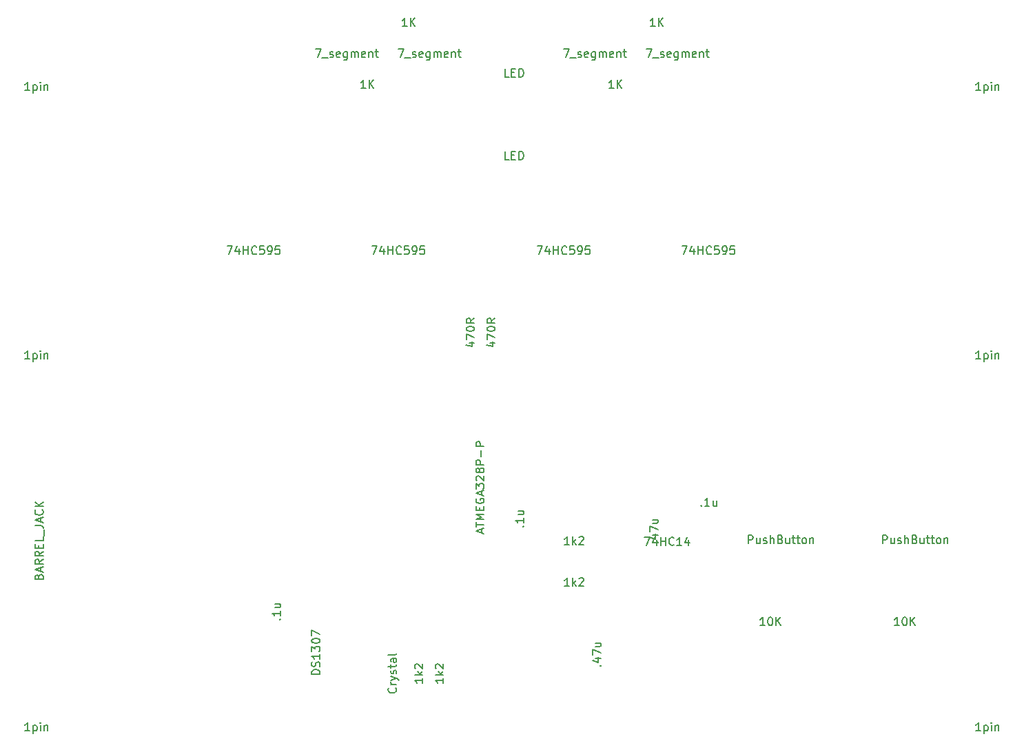
<source format=gbr>
G04 #@! TF.FileFunction,Other,Fab,Top*
%FSLAX46Y46*%
G04 Gerber Fmt 4.6, Leading zero omitted, Abs format (unit mm)*
G04 Created by KiCad (PCBNEW (2015-12-07 BZR 6352)-product) date Fri 22 Apr 2016 06:39:40 PM EDT*
%MOMM*%
G01*
G04 APERTURE LIST*
%ADD10C,0.100000*%
%ADD11C,0.150000*%
G04 APERTURE END LIST*
D10*
D11*
X49506666Y85637619D02*
X50173333Y85637619D01*
X49744761Y84637619D01*
X50316190Y84542381D02*
X51078095Y84542381D01*
X51268571Y84685238D02*
X51363809Y84637619D01*
X51554285Y84637619D01*
X51649524Y84685238D01*
X51697143Y84780476D01*
X51697143Y84828095D01*
X51649524Y84923333D01*
X51554285Y84970952D01*
X51411428Y84970952D01*
X51316190Y85018571D01*
X51268571Y85113810D01*
X51268571Y85161429D01*
X51316190Y85256667D01*
X51411428Y85304286D01*
X51554285Y85304286D01*
X51649524Y85256667D01*
X52506667Y84685238D02*
X52411429Y84637619D01*
X52220952Y84637619D01*
X52125714Y84685238D01*
X52078095Y84780476D01*
X52078095Y85161429D01*
X52125714Y85256667D01*
X52220952Y85304286D01*
X52411429Y85304286D01*
X52506667Y85256667D01*
X52554286Y85161429D01*
X52554286Y85066190D01*
X52078095Y84970952D01*
X53411429Y85304286D02*
X53411429Y84494762D01*
X53363810Y84399524D01*
X53316191Y84351905D01*
X53220952Y84304286D01*
X53078095Y84304286D01*
X52982857Y84351905D01*
X53411429Y84685238D02*
X53316191Y84637619D01*
X53125714Y84637619D01*
X53030476Y84685238D01*
X52982857Y84732857D01*
X52935238Y84828095D01*
X52935238Y85113810D01*
X52982857Y85209048D01*
X53030476Y85256667D01*
X53125714Y85304286D01*
X53316191Y85304286D01*
X53411429Y85256667D01*
X53887619Y84637619D02*
X53887619Y85304286D01*
X53887619Y85209048D02*
X53935238Y85256667D01*
X54030476Y85304286D01*
X54173334Y85304286D01*
X54268572Y85256667D01*
X54316191Y85161429D01*
X54316191Y84637619D01*
X54316191Y85161429D02*
X54363810Y85256667D01*
X54459048Y85304286D01*
X54601905Y85304286D01*
X54697143Y85256667D01*
X54744762Y85161429D01*
X54744762Y84637619D01*
X55601905Y84685238D02*
X55506667Y84637619D01*
X55316190Y84637619D01*
X55220952Y84685238D01*
X55173333Y84780476D01*
X55173333Y85161429D01*
X55220952Y85256667D01*
X55316190Y85304286D01*
X55506667Y85304286D01*
X55601905Y85256667D01*
X55649524Y85161429D01*
X55649524Y85066190D01*
X55173333Y84970952D01*
X56078095Y85304286D02*
X56078095Y84637619D01*
X56078095Y85209048D02*
X56125714Y85256667D01*
X56220952Y85304286D01*
X56363810Y85304286D01*
X56459048Y85256667D01*
X56506667Y85161429D01*
X56506667Y84637619D01*
X56840000Y85304286D02*
X57220952Y85304286D01*
X56982857Y85637619D02*
X56982857Y84780476D01*
X57030476Y84685238D01*
X57125714Y84637619D01*
X57220952Y84637619D01*
X5359091Y20794578D02*
X5406710Y20937435D01*
X5454330Y20985054D01*
X5549568Y21032673D01*
X5692425Y21032673D01*
X5787663Y20985054D01*
X5835282Y20937435D01*
X5882901Y20842197D01*
X5882901Y20461244D01*
X4882901Y20461244D01*
X4882901Y20794578D01*
X4930520Y20889816D01*
X4978139Y20937435D01*
X5073377Y20985054D01*
X5168615Y20985054D01*
X5263853Y20937435D01*
X5311472Y20889816D01*
X5359091Y20794578D01*
X5359091Y20461244D01*
X5597187Y21413625D02*
X5597187Y21889816D01*
X5882901Y21318387D02*
X4882901Y21651720D01*
X5882901Y21985054D01*
X5882901Y22889816D02*
X5406710Y22556482D01*
X5882901Y22318387D02*
X4882901Y22318387D01*
X4882901Y22699340D01*
X4930520Y22794578D01*
X4978139Y22842197D01*
X5073377Y22889816D01*
X5216234Y22889816D01*
X5311472Y22842197D01*
X5359091Y22794578D01*
X5406710Y22699340D01*
X5406710Y22318387D01*
X5882901Y23889816D02*
X5406710Y23556482D01*
X5882901Y23318387D02*
X4882901Y23318387D01*
X4882901Y23699340D01*
X4930520Y23794578D01*
X4978139Y23842197D01*
X5073377Y23889816D01*
X5216234Y23889816D01*
X5311472Y23842197D01*
X5359091Y23794578D01*
X5406710Y23699340D01*
X5406710Y23318387D01*
X5359091Y24318387D02*
X5359091Y24651721D01*
X5882901Y24794578D02*
X5882901Y24318387D01*
X4882901Y24318387D01*
X4882901Y24794578D01*
X5882901Y25699340D02*
X5882901Y25223149D01*
X4882901Y25223149D01*
X5978139Y25794578D02*
X5978139Y26556483D01*
X4882901Y27080293D02*
X5597187Y27080293D01*
X5740044Y27032673D01*
X5835282Y26937435D01*
X5882901Y26794578D01*
X5882901Y26699340D01*
X5597187Y27508864D02*
X5597187Y27985055D01*
X5882901Y27413626D02*
X4882901Y27746959D01*
X5882901Y28080293D01*
X5787663Y28985055D02*
X5835282Y28937436D01*
X5882901Y28794579D01*
X5882901Y28699341D01*
X5835282Y28556483D01*
X5740044Y28461245D01*
X5644806Y28413626D01*
X5454330Y28366007D01*
X5311472Y28366007D01*
X5120996Y28413626D01*
X5025758Y28461245D01*
X4930520Y28556483D01*
X4882901Y28699341D01*
X4882901Y28794579D01*
X4930520Y28937436D01*
X4978139Y28985055D01*
X5882901Y29413626D02*
X4882901Y29413626D01*
X5882901Y29985055D02*
X5311472Y29556483D01*
X4882901Y29985055D02*
X5454330Y29413626D01*
X79764286Y25617619D02*
X80430953Y25617619D01*
X80002381Y24617619D01*
X81240477Y25284286D02*
X81240477Y24617619D01*
X81002381Y25665238D02*
X80764286Y24950952D01*
X81383334Y24950952D01*
X81764286Y24617619D02*
X81764286Y25617619D01*
X81764286Y25141429D02*
X82335715Y25141429D01*
X82335715Y24617619D02*
X82335715Y25617619D01*
X83383334Y24712857D02*
X83335715Y24665238D01*
X83192858Y24617619D01*
X83097620Y24617619D01*
X82954762Y24665238D01*
X82859524Y24760476D01*
X82811905Y24855714D01*
X82764286Y25046190D01*
X82764286Y25189048D01*
X82811905Y25379524D01*
X82859524Y25474762D01*
X82954762Y25570000D01*
X83097620Y25617619D01*
X83192858Y25617619D01*
X83335715Y25570000D01*
X83383334Y25522381D01*
X84335715Y24617619D02*
X83764286Y24617619D01*
X84050000Y24617619D02*
X84050000Y25617619D01*
X83954762Y25474762D01*
X83859524Y25379524D01*
X83764286Y25331905D01*
X85192858Y25284286D02*
X85192858Y24617619D01*
X84954762Y25665238D02*
X84716667Y24950952D01*
X85335715Y24950952D01*
X79986666Y85637619D02*
X80653333Y85637619D01*
X80224761Y84637619D01*
X80796190Y84542381D02*
X81558095Y84542381D01*
X81748571Y84685238D02*
X81843809Y84637619D01*
X82034285Y84637619D01*
X82129524Y84685238D01*
X82177143Y84780476D01*
X82177143Y84828095D01*
X82129524Y84923333D01*
X82034285Y84970952D01*
X81891428Y84970952D01*
X81796190Y85018571D01*
X81748571Y85113810D01*
X81748571Y85161429D01*
X81796190Y85256667D01*
X81891428Y85304286D01*
X82034285Y85304286D01*
X82129524Y85256667D01*
X82986667Y84685238D02*
X82891429Y84637619D01*
X82700952Y84637619D01*
X82605714Y84685238D01*
X82558095Y84780476D01*
X82558095Y85161429D01*
X82605714Y85256667D01*
X82700952Y85304286D01*
X82891429Y85304286D01*
X82986667Y85256667D01*
X83034286Y85161429D01*
X83034286Y85066190D01*
X82558095Y84970952D01*
X83891429Y85304286D02*
X83891429Y84494762D01*
X83843810Y84399524D01*
X83796191Y84351905D01*
X83700952Y84304286D01*
X83558095Y84304286D01*
X83462857Y84351905D01*
X83891429Y84685238D02*
X83796191Y84637619D01*
X83605714Y84637619D01*
X83510476Y84685238D01*
X83462857Y84732857D01*
X83415238Y84828095D01*
X83415238Y85113810D01*
X83462857Y85209048D01*
X83510476Y85256667D01*
X83605714Y85304286D01*
X83796191Y85304286D01*
X83891429Y85256667D01*
X84367619Y84637619D02*
X84367619Y85304286D01*
X84367619Y85209048D02*
X84415238Y85256667D01*
X84510476Y85304286D01*
X84653334Y85304286D01*
X84748572Y85256667D01*
X84796191Y85161429D01*
X84796191Y84637619D01*
X84796191Y85161429D02*
X84843810Y85256667D01*
X84939048Y85304286D01*
X85081905Y85304286D01*
X85177143Y85256667D01*
X85224762Y85161429D01*
X85224762Y84637619D01*
X86081905Y84685238D02*
X85986667Y84637619D01*
X85796190Y84637619D01*
X85700952Y84685238D01*
X85653333Y84780476D01*
X85653333Y85161429D01*
X85700952Y85256667D01*
X85796190Y85304286D01*
X85986667Y85304286D01*
X86081905Y85256667D01*
X86129524Y85161429D01*
X86129524Y85066190D01*
X85653333Y84970952D01*
X86558095Y85304286D02*
X86558095Y84637619D01*
X86558095Y85209048D02*
X86605714Y85256667D01*
X86700952Y85304286D01*
X86843810Y85304286D01*
X86939048Y85256667D01*
X86986667Y85161429D01*
X86986667Y84637619D01*
X87320000Y85304286D02*
X87700952Y85304286D01*
X87462857Y85637619D02*
X87462857Y84780476D01*
X87510476Y84685238D01*
X87605714Y84637619D01*
X87700952Y84637619D01*
X28488095Y61417619D02*
X29154762Y61417619D01*
X28726190Y60417619D01*
X29964286Y61084286D02*
X29964286Y60417619D01*
X29726190Y61465238D02*
X29488095Y60750952D01*
X30107143Y60750952D01*
X30488095Y60417619D02*
X30488095Y61417619D01*
X30488095Y60941429D02*
X31059524Y60941429D01*
X31059524Y60417619D02*
X31059524Y61417619D01*
X32107143Y60512857D02*
X32059524Y60465238D01*
X31916667Y60417619D01*
X31821429Y60417619D01*
X31678571Y60465238D01*
X31583333Y60560476D01*
X31535714Y60655714D01*
X31488095Y60846190D01*
X31488095Y60989048D01*
X31535714Y61179524D01*
X31583333Y61274762D01*
X31678571Y61370000D01*
X31821429Y61417619D01*
X31916667Y61417619D01*
X32059524Y61370000D01*
X32107143Y61322381D01*
X33011905Y61417619D02*
X32535714Y61417619D01*
X32488095Y60941429D01*
X32535714Y60989048D01*
X32630952Y61036667D01*
X32869048Y61036667D01*
X32964286Y60989048D01*
X33011905Y60941429D01*
X33059524Y60846190D01*
X33059524Y60608095D01*
X33011905Y60512857D01*
X32964286Y60465238D01*
X32869048Y60417619D01*
X32630952Y60417619D01*
X32535714Y60465238D01*
X32488095Y60512857D01*
X33535714Y60417619D02*
X33726190Y60417619D01*
X33821429Y60465238D01*
X33869048Y60512857D01*
X33964286Y60655714D01*
X34011905Y60846190D01*
X34011905Y61227143D01*
X33964286Y61322381D01*
X33916667Y61370000D01*
X33821429Y61417619D01*
X33630952Y61417619D01*
X33535714Y61370000D01*
X33488095Y61322381D01*
X33440476Y61227143D01*
X33440476Y60989048D01*
X33488095Y60893810D01*
X33535714Y60846190D01*
X33630952Y60798571D01*
X33821429Y60798571D01*
X33916667Y60846190D01*
X33964286Y60893810D01*
X34011905Y60989048D01*
X34916667Y61417619D02*
X34440476Y61417619D01*
X34392857Y60941429D01*
X34440476Y60989048D01*
X34535714Y61036667D01*
X34773810Y61036667D01*
X34869048Y60989048D01*
X34916667Y60941429D01*
X34964286Y60846190D01*
X34964286Y60608095D01*
X34916667Y60512857D01*
X34869048Y60465238D01*
X34773810Y60417619D01*
X34535714Y60417619D01*
X34440476Y60465238D01*
X34392857Y60512857D01*
X74327143Y9825238D02*
X74374762Y9872857D01*
X74422381Y9825238D01*
X74374762Y9777619D01*
X74327143Y9825238D01*
X74422381Y9825238D01*
X73755714Y10730000D02*
X74422381Y10730000D01*
X73374762Y10491904D02*
X74089048Y10253809D01*
X74089048Y10872857D01*
X73422381Y11158571D02*
X73422381Y11825238D01*
X74422381Y11396666D01*
X73755714Y12634762D02*
X74422381Y12634762D01*
X73755714Y12206190D02*
X74279524Y12206190D01*
X74374762Y12253809D01*
X74422381Y12349047D01*
X74422381Y12491905D01*
X74374762Y12587143D01*
X74327143Y12634762D01*
X81327143Y24985238D02*
X81374762Y25032857D01*
X81422381Y24985238D01*
X81374762Y24937619D01*
X81327143Y24985238D01*
X81422381Y24985238D01*
X80755714Y25890000D02*
X81422381Y25890000D01*
X80374762Y25651904D02*
X81089048Y25413809D01*
X81089048Y26032857D01*
X80422381Y26318571D02*
X80422381Y26985238D01*
X81422381Y26556666D01*
X80755714Y27794762D02*
X81422381Y27794762D01*
X80755714Y27366190D02*
X81279524Y27366190D01*
X81374762Y27413809D01*
X81422381Y27509047D01*
X81422381Y27651905D01*
X81374762Y27747143D01*
X81327143Y27794762D01*
X34917143Y15541429D02*
X34964762Y15589048D01*
X35012381Y15541429D01*
X34964762Y15493810D01*
X34917143Y15541429D01*
X35012381Y15541429D01*
X35012381Y16541429D02*
X35012381Y15970000D01*
X35012381Y16255714D02*
X34012381Y16255714D01*
X34155238Y16160476D01*
X34250476Y16065238D01*
X34298095Y15970000D01*
X34345714Y17398572D02*
X35012381Y17398572D01*
X34345714Y16970000D02*
X34869524Y16970000D01*
X34964762Y17017619D01*
X35012381Y17112857D01*
X35012381Y17255715D01*
X34964762Y17350953D01*
X34917143Y17398572D01*
X64817143Y26971429D02*
X64864762Y27019048D01*
X64912381Y26971429D01*
X64864762Y26923810D01*
X64817143Y26971429D01*
X64912381Y26971429D01*
X64912381Y27971429D02*
X64912381Y27400000D01*
X64912381Y27685714D02*
X63912381Y27685714D01*
X64055238Y27590476D01*
X64150476Y27495238D01*
X64198095Y27400000D01*
X64245714Y28828572D02*
X64912381Y28828572D01*
X64245714Y28400000D02*
X64769524Y28400000D01*
X64864762Y28447619D01*
X64912381Y28542857D01*
X64912381Y28685715D01*
X64864762Y28780953D01*
X64817143Y28828572D01*
X86741429Y29572857D02*
X86789048Y29525238D01*
X86741429Y29477619D01*
X86693810Y29525238D01*
X86741429Y29572857D01*
X86741429Y29477619D01*
X87741429Y29477619D02*
X87170000Y29477619D01*
X87455714Y29477619D02*
X87455714Y30477619D01*
X87360476Y30334762D01*
X87265238Y30239524D01*
X87170000Y30191905D01*
X88598572Y30144286D02*
X88598572Y29477619D01*
X88170000Y30144286D02*
X88170000Y29620476D01*
X88217619Y29525238D01*
X88312857Y29477619D01*
X88455715Y29477619D01*
X88550953Y29525238D01*
X88598572Y29572857D01*
X63111143Y72064619D02*
X62634952Y72064619D01*
X62634952Y73064619D01*
X63444476Y72588429D02*
X63777810Y72588429D01*
X63920667Y72064619D02*
X63444476Y72064619D01*
X63444476Y73064619D01*
X63920667Y73064619D01*
X64349238Y72064619D02*
X64349238Y73064619D01*
X64587333Y73064619D01*
X64730191Y73017000D01*
X64825429Y72921762D01*
X64873048Y72826524D01*
X64920667Y72636048D01*
X64920667Y72493190D01*
X64873048Y72302714D01*
X64825429Y72207476D01*
X64730191Y72112238D01*
X64587333Y72064619D01*
X64349238Y72064619D01*
X63111143Y82224619D02*
X62634952Y82224619D01*
X62634952Y83224619D01*
X63444476Y82748429D02*
X63777810Y82748429D01*
X63920667Y82224619D02*
X63444476Y82224619D01*
X63444476Y83224619D01*
X63920667Y83224619D01*
X64349238Y82224619D02*
X64349238Y83224619D01*
X64587333Y83224619D01*
X64730191Y83177000D01*
X64825429Y83081762D01*
X64873048Y82986524D01*
X64920667Y82796048D01*
X64920667Y82653190D01*
X64873048Y82462714D01*
X64825429Y82367476D01*
X64730191Y82272238D01*
X64587333Y82224619D01*
X64349238Y82224619D01*
X59766667Y26130952D02*
X59766667Y26607143D01*
X60052381Y26035714D02*
X59052381Y26369047D01*
X60052381Y26702381D01*
X59052381Y26892857D02*
X59052381Y27464286D01*
X60052381Y27178571D02*
X59052381Y27178571D01*
X60052381Y27797619D02*
X59052381Y27797619D01*
X59766667Y28130953D01*
X59052381Y28464286D01*
X60052381Y28464286D01*
X59528571Y28940476D02*
X59528571Y29273810D01*
X60052381Y29416667D02*
X60052381Y28940476D01*
X59052381Y28940476D01*
X59052381Y29416667D01*
X59100000Y30369048D02*
X59052381Y30273810D01*
X59052381Y30130953D01*
X59100000Y29988095D01*
X59195238Y29892857D01*
X59290476Y29845238D01*
X59480952Y29797619D01*
X59623810Y29797619D01*
X59814286Y29845238D01*
X59909524Y29892857D01*
X60004762Y29988095D01*
X60052381Y30130953D01*
X60052381Y30226191D01*
X60004762Y30369048D01*
X59957143Y30416667D01*
X59623810Y30416667D01*
X59623810Y30226191D01*
X59766667Y30797619D02*
X59766667Y31273810D01*
X60052381Y30702381D02*
X59052381Y31035714D01*
X60052381Y31369048D01*
X59052381Y31607143D02*
X59052381Y32226191D01*
X59433333Y31892857D01*
X59433333Y32035715D01*
X59480952Y32130953D01*
X59528571Y32178572D01*
X59623810Y32226191D01*
X59861905Y32226191D01*
X59957143Y32178572D01*
X60004762Y32130953D01*
X60052381Y32035715D01*
X60052381Y31750000D01*
X60004762Y31654762D01*
X59957143Y31607143D01*
X59147619Y32607143D02*
X59100000Y32654762D01*
X59052381Y32750000D01*
X59052381Y32988096D01*
X59100000Y33083334D01*
X59147619Y33130953D01*
X59242857Y33178572D01*
X59338095Y33178572D01*
X59480952Y33130953D01*
X60052381Y32559524D01*
X60052381Y33178572D01*
X59480952Y33750000D02*
X59433333Y33654762D01*
X59385714Y33607143D01*
X59290476Y33559524D01*
X59242857Y33559524D01*
X59147619Y33607143D01*
X59100000Y33654762D01*
X59052381Y33750000D01*
X59052381Y33940477D01*
X59100000Y34035715D01*
X59147619Y34083334D01*
X59242857Y34130953D01*
X59290476Y34130953D01*
X59385714Y34083334D01*
X59433333Y34035715D01*
X59480952Y33940477D01*
X59480952Y33750000D01*
X59528571Y33654762D01*
X59576190Y33607143D01*
X59671429Y33559524D01*
X59861905Y33559524D01*
X59957143Y33607143D01*
X60004762Y33654762D01*
X60052381Y33750000D01*
X60052381Y33940477D01*
X60004762Y34035715D01*
X59957143Y34083334D01*
X59861905Y34130953D01*
X59671429Y34130953D01*
X59576190Y34083334D01*
X59528571Y34035715D01*
X59480952Y33940477D01*
X60052381Y34559524D02*
X59052381Y34559524D01*
X59052381Y34940477D01*
X59100000Y35035715D01*
X59147619Y35083334D01*
X59242857Y35130953D01*
X59385714Y35130953D01*
X59480952Y35083334D01*
X59528571Y35035715D01*
X59576190Y34940477D01*
X59576190Y34559524D01*
X59671429Y35559524D02*
X59671429Y36321429D01*
X60052381Y36797619D02*
X59052381Y36797619D01*
X59052381Y37178572D01*
X59100000Y37273810D01*
X59147619Y37321429D01*
X59242857Y37369048D01*
X59385714Y37369048D01*
X59480952Y37321429D01*
X59528571Y37273810D01*
X59576190Y37178572D01*
X59576190Y36797619D01*
X70524762Y19627619D02*
X69953333Y19627619D01*
X70239047Y19627619D02*
X70239047Y20627619D01*
X70143809Y20484762D01*
X70048571Y20389524D01*
X69953333Y20341905D01*
X70953333Y19627619D02*
X70953333Y20627619D01*
X71048571Y20008571D02*
X71334286Y19627619D01*
X71334286Y20294286D02*
X70953333Y19913333D01*
X71715238Y20532381D02*
X71762857Y20580000D01*
X71858095Y20627619D01*
X72096191Y20627619D01*
X72191429Y20580000D01*
X72239048Y20532381D01*
X72286667Y20437143D01*
X72286667Y20341905D01*
X72239048Y20199048D01*
X71667619Y19627619D01*
X72286667Y19627619D01*
X70524762Y24707619D02*
X69953333Y24707619D01*
X70239047Y24707619D02*
X70239047Y25707619D01*
X70143809Y25564762D01*
X70048571Y25469524D01*
X69953333Y25421905D01*
X70953333Y24707619D02*
X70953333Y25707619D01*
X71048571Y25088571D02*
X71334286Y24707619D01*
X71334286Y25374286D02*
X70953333Y24993333D01*
X71715238Y25612381D02*
X71762857Y25660000D01*
X71858095Y25707619D01*
X72096191Y25707619D01*
X72191429Y25660000D01*
X72239048Y25612381D01*
X72286667Y25517143D01*
X72286667Y25421905D01*
X72239048Y25279048D01*
X71667619Y24707619D01*
X72286667Y24707619D01*
X45505715Y80827619D02*
X44934286Y80827619D01*
X45220000Y80827619D02*
X45220000Y81827619D01*
X45124762Y81684762D01*
X45029524Y81589524D01*
X44934286Y81541905D01*
X45934286Y80827619D02*
X45934286Y81827619D01*
X46505715Y80827619D02*
X46077143Y81399048D01*
X46505715Y81827619D02*
X45934286Y81256190D01*
X50585715Y88447619D02*
X50014286Y88447619D01*
X50300000Y88447619D02*
X50300000Y89447619D01*
X50204762Y89304762D01*
X50109524Y89209524D01*
X50014286Y89161905D01*
X51014286Y88447619D02*
X51014286Y89447619D01*
X51585715Y88447619D02*
X51157143Y89019048D01*
X51585715Y89447619D02*
X51014286Y88876190D01*
X75985715Y80827619D02*
X75414286Y80827619D01*
X75700000Y80827619D02*
X75700000Y81827619D01*
X75604762Y81684762D01*
X75509524Y81589524D01*
X75414286Y81541905D01*
X76414286Y80827619D02*
X76414286Y81827619D01*
X76985715Y80827619D02*
X76557143Y81399048D01*
X76985715Y81827619D02*
X76414286Y81256190D01*
X81065715Y88447619D02*
X80494286Y88447619D01*
X80780000Y88447619D02*
X80780000Y89447619D01*
X80684762Y89304762D01*
X80589524Y89209524D01*
X80494286Y89161905D01*
X81494286Y88447619D02*
X81494286Y89447619D01*
X82065715Y88447619D02*
X81637143Y89019048D01*
X82065715Y89447619D02*
X81494286Y88876190D01*
X58205714Y49538096D02*
X58872381Y49538096D01*
X57824762Y49300000D02*
X58539048Y49061905D01*
X58539048Y49680953D01*
X57872381Y49966667D02*
X57872381Y50633334D01*
X58872381Y50204762D01*
X57872381Y51204762D02*
X57872381Y51300001D01*
X57920000Y51395239D01*
X57967619Y51442858D01*
X58062857Y51490477D01*
X58253333Y51538096D01*
X58491429Y51538096D01*
X58681905Y51490477D01*
X58777143Y51442858D01*
X58824762Y51395239D01*
X58872381Y51300001D01*
X58872381Y51204762D01*
X58824762Y51109524D01*
X58777143Y51061905D01*
X58681905Y51014286D01*
X58491429Y50966667D01*
X58253333Y50966667D01*
X58062857Y51014286D01*
X57967619Y51061905D01*
X57920000Y51109524D01*
X57872381Y51204762D01*
X58872381Y52538096D02*
X58396190Y52204762D01*
X58872381Y51966667D02*
X57872381Y51966667D01*
X57872381Y52347620D01*
X57920000Y52442858D01*
X57967619Y52490477D01*
X58062857Y52538096D01*
X58205714Y52538096D01*
X58300952Y52490477D01*
X58348571Y52442858D01*
X58396190Y52347620D01*
X58396190Y51966667D01*
X60745714Y49538096D02*
X61412381Y49538096D01*
X60364762Y49300000D02*
X61079048Y49061905D01*
X61079048Y49680953D01*
X60412381Y49966667D02*
X60412381Y50633334D01*
X61412381Y50204762D01*
X60412381Y51204762D02*
X60412381Y51300001D01*
X60460000Y51395239D01*
X60507619Y51442858D01*
X60602857Y51490477D01*
X60793333Y51538096D01*
X61031429Y51538096D01*
X61221905Y51490477D01*
X61317143Y51442858D01*
X61364762Y51395239D01*
X61412381Y51300001D01*
X61412381Y51204762D01*
X61364762Y51109524D01*
X61317143Y51061905D01*
X61221905Y51014286D01*
X61031429Y50966667D01*
X60793333Y50966667D01*
X60602857Y51014286D01*
X60507619Y51061905D01*
X60460000Y51109524D01*
X60412381Y51204762D01*
X61412381Y52538096D02*
X60936190Y52204762D01*
X61412381Y51966667D02*
X60412381Y51966667D01*
X60412381Y52347620D01*
X60460000Y52442858D01*
X60507619Y52490477D01*
X60602857Y52538096D01*
X60745714Y52538096D01*
X60840952Y52490477D01*
X60888571Y52442858D01*
X60936190Y52347620D01*
X60936190Y51966667D01*
X94559524Y14787619D02*
X93988095Y14787619D01*
X94273809Y14787619D02*
X94273809Y15787619D01*
X94178571Y15644762D01*
X94083333Y15549524D01*
X93988095Y15501905D01*
X95178571Y15787619D02*
X95273810Y15787619D01*
X95369048Y15740000D01*
X95416667Y15692381D01*
X95464286Y15597143D01*
X95511905Y15406667D01*
X95511905Y15168571D01*
X95464286Y14978095D01*
X95416667Y14882857D01*
X95369048Y14835238D01*
X95273810Y14787619D01*
X95178571Y14787619D01*
X95083333Y14835238D01*
X95035714Y14882857D01*
X94988095Y14978095D01*
X94940476Y15168571D01*
X94940476Y15406667D01*
X94988095Y15597143D01*
X95035714Y15692381D01*
X95083333Y15740000D01*
X95178571Y15787619D01*
X95940476Y14787619D02*
X95940476Y15787619D01*
X96511905Y14787619D02*
X96083333Y15359048D01*
X96511905Y15787619D02*
X95940476Y15216190D01*
X111069524Y14787619D02*
X110498095Y14787619D01*
X110783809Y14787619D02*
X110783809Y15787619D01*
X110688571Y15644762D01*
X110593333Y15549524D01*
X110498095Y15501905D01*
X111688571Y15787619D02*
X111783810Y15787619D01*
X111879048Y15740000D01*
X111926667Y15692381D01*
X111974286Y15597143D01*
X112021905Y15406667D01*
X112021905Y15168571D01*
X111974286Y14978095D01*
X111926667Y14882857D01*
X111879048Y14835238D01*
X111783810Y14787619D01*
X111688571Y14787619D01*
X111593333Y14835238D01*
X111545714Y14882857D01*
X111498095Y14978095D01*
X111450476Y15168571D01*
X111450476Y15406667D01*
X111498095Y15597143D01*
X111545714Y15692381D01*
X111593333Y15740000D01*
X111688571Y15787619D01*
X112450476Y14787619D02*
X112450476Y15787619D01*
X113021905Y14787619D02*
X112593333Y15359048D01*
X113021905Y15787619D02*
X112450476Y15216190D01*
X92519999Y24857619D02*
X92519999Y25857619D01*
X92900952Y25857619D01*
X92996190Y25810000D01*
X93043809Y25762381D01*
X93091428Y25667143D01*
X93091428Y25524286D01*
X93043809Y25429048D01*
X92996190Y25381429D01*
X92900952Y25333810D01*
X92519999Y25333810D01*
X93948571Y25524286D02*
X93948571Y24857619D01*
X93519999Y25524286D02*
X93519999Y25000476D01*
X93567618Y24905238D01*
X93662856Y24857619D01*
X93805714Y24857619D01*
X93900952Y24905238D01*
X93948571Y24952857D01*
X94377142Y24905238D02*
X94472380Y24857619D01*
X94662856Y24857619D01*
X94758095Y24905238D01*
X94805714Y25000476D01*
X94805714Y25048095D01*
X94758095Y25143333D01*
X94662856Y25190952D01*
X94519999Y25190952D01*
X94424761Y25238571D01*
X94377142Y25333810D01*
X94377142Y25381429D01*
X94424761Y25476667D01*
X94519999Y25524286D01*
X94662856Y25524286D01*
X94758095Y25476667D01*
X95234285Y24857619D02*
X95234285Y25857619D01*
X95662857Y24857619D02*
X95662857Y25381429D01*
X95615238Y25476667D01*
X95520000Y25524286D01*
X95377142Y25524286D01*
X95281904Y25476667D01*
X95234285Y25429048D01*
X96472381Y25381429D02*
X96615238Y25333810D01*
X96662857Y25286190D01*
X96710476Y25190952D01*
X96710476Y25048095D01*
X96662857Y24952857D01*
X96615238Y24905238D01*
X96520000Y24857619D01*
X96139047Y24857619D01*
X96139047Y25857619D01*
X96472381Y25857619D01*
X96567619Y25810000D01*
X96615238Y25762381D01*
X96662857Y25667143D01*
X96662857Y25571905D01*
X96615238Y25476667D01*
X96567619Y25429048D01*
X96472381Y25381429D01*
X96139047Y25381429D01*
X97567619Y25524286D02*
X97567619Y24857619D01*
X97139047Y25524286D02*
X97139047Y25000476D01*
X97186666Y24905238D01*
X97281904Y24857619D01*
X97424762Y24857619D01*
X97520000Y24905238D01*
X97567619Y24952857D01*
X97900952Y25524286D02*
X98281904Y25524286D01*
X98043809Y25857619D02*
X98043809Y25000476D01*
X98091428Y24905238D01*
X98186666Y24857619D01*
X98281904Y24857619D01*
X98472381Y25524286D02*
X98853333Y25524286D01*
X98615238Y25857619D02*
X98615238Y25000476D01*
X98662857Y24905238D01*
X98758095Y24857619D01*
X98853333Y24857619D01*
X99329524Y24857619D02*
X99234286Y24905238D01*
X99186667Y24952857D01*
X99139048Y25048095D01*
X99139048Y25333810D01*
X99186667Y25429048D01*
X99234286Y25476667D01*
X99329524Y25524286D01*
X99472382Y25524286D01*
X99567620Y25476667D01*
X99615239Y25429048D01*
X99662858Y25333810D01*
X99662858Y25048095D01*
X99615239Y24952857D01*
X99567620Y24905238D01*
X99472382Y24857619D01*
X99329524Y24857619D01*
X100091429Y25524286D02*
X100091429Y24857619D01*
X100091429Y25429048D02*
X100139048Y25476667D01*
X100234286Y25524286D01*
X100377144Y25524286D01*
X100472382Y25476667D01*
X100520001Y25381429D01*
X100520001Y24857619D01*
X109029999Y24857619D02*
X109029999Y25857619D01*
X109410952Y25857619D01*
X109506190Y25810000D01*
X109553809Y25762381D01*
X109601428Y25667143D01*
X109601428Y25524286D01*
X109553809Y25429048D01*
X109506190Y25381429D01*
X109410952Y25333810D01*
X109029999Y25333810D01*
X110458571Y25524286D02*
X110458571Y24857619D01*
X110029999Y25524286D02*
X110029999Y25000476D01*
X110077618Y24905238D01*
X110172856Y24857619D01*
X110315714Y24857619D01*
X110410952Y24905238D01*
X110458571Y24952857D01*
X110887142Y24905238D02*
X110982380Y24857619D01*
X111172856Y24857619D01*
X111268095Y24905238D01*
X111315714Y25000476D01*
X111315714Y25048095D01*
X111268095Y25143333D01*
X111172856Y25190952D01*
X111029999Y25190952D01*
X110934761Y25238571D01*
X110887142Y25333810D01*
X110887142Y25381429D01*
X110934761Y25476667D01*
X111029999Y25524286D01*
X111172856Y25524286D01*
X111268095Y25476667D01*
X111744285Y24857619D02*
X111744285Y25857619D01*
X112172857Y24857619D02*
X112172857Y25381429D01*
X112125238Y25476667D01*
X112030000Y25524286D01*
X111887142Y25524286D01*
X111791904Y25476667D01*
X111744285Y25429048D01*
X112982381Y25381429D02*
X113125238Y25333810D01*
X113172857Y25286190D01*
X113220476Y25190952D01*
X113220476Y25048095D01*
X113172857Y24952857D01*
X113125238Y24905238D01*
X113030000Y24857619D01*
X112649047Y24857619D01*
X112649047Y25857619D01*
X112982381Y25857619D01*
X113077619Y25810000D01*
X113125238Y25762381D01*
X113172857Y25667143D01*
X113172857Y25571905D01*
X113125238Y25476667D01*
X113077619Y25429048D01*
X112982381Y25381429D01*
X112649047Y25381429D01*
X114077619Y25524286D02*
X114077619Y24857619D01*
X113649047Y25524286D02*
X113649047Y25000476D01*
X113696666Y24905238D01*
X113791904Y24857619D01*
X113934762Y24857619D01*
X114030000Y24905238D01*
X114077619Y24952857D01*
X114410952Y25524286D02*
X114791904Y25524286D01*
X114553809Y25857619D02*
X114553809Y25000476D01*
X114601428Y24905238D01*
X114696666Y24857619D01*
X114791904Y24857619D01*
X114982381Y25524286D02*
X115363333Y25524286D01*
X115125238Y25857619D02*
X115125238Y25000476D01*
X115172857Y24905238D01*
X115268095Y24857619D01*
X115363333Y24857619D01*
X115839524Y24857619D02*
X115744286Y24905238D01*
X115696667Y24952857D01*
X115649048Y25048095D01*
X115649048Y25333810D01*
X115696667Y25429048D01*
X115744286Y25476667D01*
X115839524Y25524286D01*
X115982382Y25524286D01*
X116077620Y25476667D01*
X116125239Y25429048D01*
X116172858Y25333810D01*
X116172858Y25048095D01*
X116125239Y24952857D01*
X116077620Y24905238D01*
X115982382Y24857619D01*
X115839524Y24857619D01*
X116601429Y25524286D02*
X116601429Y24857619D01*
X116601429Y25429048D02*
X116649048Y25476667D01*
X116744286Y25524286D01*
X116887144Y25524286D01*
X116982382Y25476667D01*
X117030001Y25381429D01*
X117030001Y24857619D01*
X39872381Y8787143D02*
X38872381Y8787143D01*
X38872381Y9025238D01*
X38920000Y9168096D01*
X39015238Y9263334D01*
X39110476Y9310953D01*
X39300952Y9358572D01*
X39443810Y9358572D01*
X39634286Y9310953D01*
X39729524Y9263334D01*
X39824762Y9168096D01*
X39872381Y9025238D01*
X39872381Y8787143D01*
X39824762Y9739524D02*
X39872381Y9882381D01*
X39872381Y10120477D01*
X39824762Y10215715D01*
X39777143Y10263334D01*
X39681905Y10310953D01*
X39586667Y10310953D01*
X39491429Y10263334D01*
X39443810Y10215715D01*
X39396190Y10120477D01*
X39348571Y9930000D01*
X39300952Y9834762D01*
X39253333Y9787143D01*
X39158095Y9739524D01*
X39062857Y9739524D01*
X38967619Y9787143D01*
X38920000Y9834762D01*
X38872381Y9930000D01*
X38872381Y10168096D01*
X38920000Y10310953D01*
X39872381Y11263334D02*
X39872381Y10691905D01*
X39872381Y10977619D02*
X38872381Y10977619D01*
X39015238Y10882381D01*
X39110476Y10787143D01*
X39158095Y10691905D01*
X38872381Y11596667D02*
X38872381Y12215715D01*
X39253333Y11882381D01*
X39253333Y12025239D01*
X39300952Y12120477D01*
X39348571Y12168096D01*
X39443810Y12215715D01*
X39681905Y12215715D01*
X39777143Y12168096D01*
X39824762Y12120477D01*
X39872381Y12025239D01*
X39872381Y11739524D01*
X39824762Y11644286D01*
X39777143Y11596667D01*
X38872381Y12834762D02*
X38872381Y12930001D01*
X38920000Y13025239D01*
X38967619Y13072858D01*
X39062857Y13120477D01*
X39253333Y13168096D01*
X39491429Y13168096D01*
X39681905Y13120477D01*
X39777143Y13072858D01*
X39824762Y13025239D01*
X39872381Y12930001D01*
X39872381Y12834762D01*
X39824762Y12739524D01*
X39777143Y12691905D01*
X39681905Y12644286D01*
X39491429Y12596667D01*
X39253333Y12596667D01*
X39062857Y12644286D01*
X38967619Y12691905D01*
X38920000Y12739524D01*
X38872381Y12834762D01*
X38872381Y13501429D02*
X38872381Y14168096D01*
X39872381Y13739524D01*
X46268095Y61417619D02*
X46934762Y61417619D01*
X46506190Y60417619D01*
X47744286Y61084286D02*
X47744286Y60417619D01*
X47506190Y61465238D02*
X47268095Y60750952D01*
X47887143Y60750952D01*
X48268095Y60417619D02*
X48268095Y61417619D01*
X48268095Y60941429D02*
X48839524Y60941429D01*
X48839524Y60417619D02*
X48839524Y61417619D01*
X49887143Y60512857D02*
X49839524Y60465238D01*
X49696667Y60417619D01*
X49601429Y60417619D01*
X49458571Y60465238D01*
X49363333Y60560476D01*
X49315714Y60655714D01*
X49268095Y60846190D01*
X49268095Y60989048D01*
X49315714Y61179524D01*
X49363333Y61274762D01*
X49458571Y61370000D01*
X49601429Y61417619D01*
X49696667Y61417619D01*
X49839524Y61370000D01*
X49887143Y61322381D01*
X50791905Y61417619D02*
X50315714Y61417619D01*
X50268095Y60941429D01*
X50315714Y60989048D01*
X50410952Y61036667D01*
X50649048Y61036667D01*
X50744286Y60989048D01*
X50791905Y60941429D01*
X50839524Y60846190D01*
X50839524Y60608095D01*
X50791905Y60512857D01*
X50744286Y60465238D01*
X50649048Y60417619D01*
X50410952Y60417619D01*
X50315714Y60465238D01*
X50268095Y60512857D01*
X51315714Y60417619D02*
X51506190Y60417619D01*
X51601429Y60465238D01*
X51649048Y60512857D01*
X51744286Y60655714D01*
X51791905Y60846190D01*
X51791905Y61227143D01*
X51744286Y61322381D01*
X51696667Y61370000D01*
X51601429Y61417619D01*
X51410952Y61417619D01*
X51315714Y61370000D01*
X51268095Y61322381D01*
X51220476Y61227143D01*
X51220476Y60989048D01*
X51268095Y60893810D01*
X51315714Y60846190D01*
X51410952Y60798571D01*
X51601429Y60798571D01*
X51696667Y60846190D01*
X51744286Y60893810D01*
X51791905Y60989048D01*
X52696667Y61417619D02*
X52220476Y61417619D01*
X52172857Y60941429D01*
X52220476Y60989048D01*
X52315714Y61036667D01*
X52553810Y61036667D01*
X52649048Y60989048D01*
X52696667Y60941429D01*
X52744286Y60846190D01*
X52744286Y60608095D01*
X52696667Y60512857D01*
X52649048Y60465238D01*
X52553810Y60417619D01*
X52315714Y60417619D01*
X52220476Y60465238D01*
X52172857Y60512857D01*
X66588095Y61417619D02*
X67254762Y61417619D01*
X66826190Y60417619D01*
X68064286Y61084286D02*
X68064286Y60417619D01*
X67826190Y61465238D02*
X67588095Y60750952D01*
X68207143Y60750952D01*
X68588095Y60417619D02*
X68588095Y61417619D01*
X68588095Y60941429D02*
X69159524Y60941429D01*
X69159524Y60417619D02*
X69159524Y61417619D01*
X70207143Y60512857D02*
X70159524Y60465238D01*
X70016667Y60417619D01*
X69921429Y60417619D01*
X69778571Y60465238D01*
X69683333Y60560476D01*
X69635714Y60655714D01*
X69588095Y60846190D01*
X69588095Y60989048D01*
X69635714Y61179524D01*
X69683333Y61274762D01*
X69778571Y61370000D01*
X69921429Y61417619D01*
X70016667Y61417619D01*
X70159524Y61370000D01*
X70207143Y61322381D01*
X71111905Y61417619D02*
X70635714Y61417619D01*
X70588095Y60941429D01*
X70635714Y60989048D01*
X70730952Y61036667D01*
X70969048Y61036667D01*
X71064286Y60989048D01*
X71111905Y60941429D01*
X71159524Y60846190D01*
X71159524Y60608095D01*
X71111905Y60512857D01*
X71064286Y60465238D01*
X70969048Y60417619D01*
X70730952Y60417619D01*
X70635714Y60465238D01*
X70588095Y60512857D01*
X71635714Y60417619D02*
X71826190Y60417619D01*
X71921429Y60465238D01*
X71969048Y60512857D01*
X72064286Y60655714D01*
X72111905Y60846190D01*
X72111905Y61227143D01*
X72064286Y61322381D01*
X72016667Y61370000D01*
X71921429Y61417619D01*
X71730952Y61417619D01*
X71635714Y61370000D01*
X71588095Y61322381D01*
X71540476Y61227143D01*
X71540476Y60989048D01*
X71588095Y60893810D01*
X71635714Y60846190D01*
X71730952Y60798571D01*
X71921429Y60798571D01*
X72016667Y60846190D01*
X72064286Y60893810D01*
X72111905Y60989048D01*
X73016667Y61417619D02*
X72540476Y61417619D01*
X72492857Y60941429D01*
X72540476Y60989048D01*
X72635714Y61036667D01*
X72873810Y61036667D01*
X72969048Y60989048D01*
X73016667Y60941429D01*
X73064286Y60846190D01*
X73064286Y60608095D01*
X73016667Y60512857D01*
X72969048Y60465238D01*
X72873810Y60417619D01*
X72635714Y60417619D01*
X72540476Y60465238D01*
X72492857Y60512857D01*
X84368095Y61417619D02*
X85034762Y61417619D01*
X84606190Y60417619D01*
X85844286Y61084286D02*
X85844286Y60417619D01*
X85606190Y61465238D02*
X85368095Y60750952D01*
X85987143Y60750952D01*
X86368095Y60417619D02*
X86368095Y61417619D01*
X86368095Y60941429D02*
X86939524Y60941429D01*
X86939524Y60417619D02*
X86939524Y61417619D01*
X87987143Y60512857D02*
X87939524Y60465238D01*
X87796667Y60417619D01*
X87701429Y60417619D01*
X87558571Y60465238D01*
X87463333Y60560476D01*
X87415714Y60655714D01*
X87368095Y60846190D01*
X87368095Y60989048D01*
X87415714Y61179524D01*
X87463333Y61274762D01*
X87558571Y61370000D01*
X87701429Y61417619D01*
X87796667Y61417619D01*
X87939524Y61370000D01*
X87987143Y61322381D01*
X88891905Y61417619D02*
X88415714Y61417619D01*
X88368095Y60941429D01*
X88415714Y60989048D01*
X88510952Y61036667D01*
X88749048Y61036667D01*
X88844286Y60989048D01*
X88891905Y60941429D01*
X88939524Y60846190D01*
X88939524Y60608095D01*
X88891905Y60512857D01*
X88844286Y60465238D01*
X88749048Y60417619D01*
X88510952Y60417619D01*
X88415714Y60465238D01*
X88368095Y60512857D01*
X89415714Y60417619D02*
X89606190Y60417619D01*
X89701429Y60465238D01*
X89749048Y60512857D01*
X89844286Y60655714D01*
X89891905Y60846190D01*
X89891905Y61227143D01*
X89844286Y61322381D01*
X89796667Y61370000D01*
X89701429Y61417619D01*
X89510952Y61417619D01*
X89415714Y61370000D01*
X89368095Y61322381D01*
X89320476Y61227143D01*
X89320476Y60989048D01*
X89368095Y60893810D01*
X89415714Y60846190D01*
X89510952Y60798571D01*
X89701429Y60798571D01*
X89796667Y60846190D01*
X89844286Y60893810D01*
X89891905Y60989048D01*
X90796667Y61417619D02*
X90320476Y61417619D01*
X90272857Y60941429D01*
X90320476Y60989048D01*
X90415714Y61036667D01*
X90653810Y61036667D01*
X90749048Y60989048D01*
X90796667Y60941429D01*
X90844286Y60846190D01*
X90844286Y60608095D01*
X90796667Y60512857D01*
X90749048Y60465238D01*
X90653810Y60417619D01*
X90415714Y60417619D01*
X90320476Y60465238D01*
X90272857Y60512857D01*
X39346666Y85637619D02*
X40013333Y85637619D01*
X39584761Y84637619D01*
X40156190Y84542381D02*
X40918095Y84542381D01*
X41108571Y84685238D02*
X41203809Y84637619D01*
X41394285Y84637619D01*
X41489524Y84685238D01*
X41537143Y84780476D01*
X41537143Y84828095D01*
X41489524Y84923333D01*
X41394285Y84970952D01*
X41251428Y84970952D01*
X41156190Y85018571D01*
X41108571Y85113810D01*
X41108571Y85161429D01*
X41156190Y85256667D01*
X41251428Y85304286D01*
X41394285Y85304286D01*
X41489524Y85256667D01*
X42346667Y84685238D02*
X42251429Y84637619D01*
X42060952Y84637619D01*
X41965714Y84685238D01*
X41918095Y84780476D01*
X41918095Y85161429D01*
X41965714Y85256667D01*
X42060952Y85304286D01*
X42251429Y85304286D01*
X42346667Y85256667D01*
X42394286Y85161429D01*
X42394286Y85066190D01*
X41918095Y84970952D01*
X43251429Y85304286D02*
X43251429Y84494762D01*
X43203810Y84399524D01*
X43156191Y84351905D01*
X43060952Y84304286D01*
X42918095Y84304286D01*
X42822857Y84351905D01*
X43251429Y84685238D02*
X43156191Y84637619D01*
X42965714Y84637619D01*
X42870476Y84685238D01*
X42822857Y84732857D01*
X42775238Y84828095D01*
X42775238Y85113810D01*
X42822857Y85209048D01*
X42870476Y85256667D01*
X42965714Y85304286D01*
X43156191Y85304286D01*
X43251429Y85256667D01*
X43727619Y84637619D02*
X43727619Y85304286D01*
X43727619Y85209048D02*
X43775238Y85256667D01*
X43870476Y85304286D01*
X44013334Y85304286D01*
X44108572Y85256667D01*
X44156191Y85161429D01*
X44156191Y84637619D01*
X44156191Y85161429D02*
X44203810Y85256667D01*
X44299048Y85304286D01*
X44441905Y85304286D01*
X44537143Y85256667D01*
X44584762Y85161429D01*
X44584762Y84637619D01*
X45441905Y84685238D02*
X45346667Y84637619D01*
X45156190Y84637619D01*
X45060952Y84685238D01*
X45013333Y84780476D01*
X45013333Y85161429D01*
X45060952Y85256667D01*
X45156190Y85304286D01*
X45346667Y85304286D01*
X45441905Y85256667D01*
X45489524Y85161429D01*
X45489524Y85066190D01*
X45013333Y84970952D01*
X45918095Y85304286D02*
X45918095Y84637619D01*
X45918095Y85209048D02*
X45965714Y85256667D01*
X46060952Y85304286D01*
X46203810Y85304286D01*
X46299048Y85256667D01*
X46346667Y85161429D01*
X46346667Y84637619D01*
X46680000Y85304286D02*
X47060952Y85304286D01*
X46822857Y85637619D02*
X46822857Y84780476D01*
X46870476Y84685238D01*
X46965714Y84637619D01*
X47060952Y84637619D01*
X69826666Y85637619D02*
X70493333Y85637619D01*
X70064761Y84637619D01*
X70636190Y84542381D02*
X71398095Y84542381D01*
X71588571Y84685238D02*
X71683809Y84637619D01*
X71874285Y84637619D01*
X71969524Y84685238D01*
X72017143Y84780476D01*
X72017143Y84828095D01*
X71969524Y84923333D01*
X71874285Y84970952D01*
X71731428Y84970952D01*
X71636190Y85018571D01*
X71588571Y85113810D01*
X71588571Y85161429D01*
X71636190Y85256667D01*
X71731428Y85304286D01*
X71874285Y85304286D01*
X71969524Y85256667D01*
X72826667Y84685238D02*
X72731429Y84637619D01*
X72540952Y84637619D01*
X72445714Y84685238D01*
X72398095Y84780476D01*
X72398095Y85161429D01*
X72445714Y85256667D01*
X72540952Y85304286D01*
X72731429Y85304286D01*
X72826667Y85256667D01*
X72874286Y85161429D01*
X72874286Y85066190D01*
X72398095Y84970952D01*
X73731429Y85304286D02*
X73731429Y84494762D01*
X73683810Y84399524D01*
X73636191Y84351905D01*
X73540952Y84304286D01*
X73398095Y84304286D01*
X73302857Y84351905D01*
X73731429Y84685238D02*
X73636191Y84637619D01*
X73445714Y84637619D01*
X73350476Y84685238D01*
X73302857Y84732857D01*
X73255238Y84828095D01*
X73255238Y85113810D01*
X73302857Y85209048D01*
X73350476Y85256667D01*
X73445714Y85304286D01*
X73636191Y85304286D01*
X73731429Y85256667D01*
X74207619Y84637619D02*
X74207619Y85304286D01*
X74207619Y85209048D02*
X74255238Y85256667D01*
X74350476Y85304286D01*
X74493334Y85304286D01*
X74588572Y85256667D01*
X74636191Y85161429D01*
X74636191Y84637619D01*
X74636191Y85161429D02*
X74683810Y85256667D01*
X74779048Y85304286D01*
X74921905Y85304286D01*
X75017143Y85256667D01*
X75064762Y85161429D01*
X75064762Y84637619D01*
X75921905Y84685238D02*
X75826667Y84637619D01*
X75636190Y84637619D01*
X75540952Y84685238D01*
X75493333Y84780476D01*
X75493333Y85161429D01*
X75540952Y85256667D01*
X75636190Y85304286D01*
X75826667Y85304286D01*
X75921905Y85256667D01*
X75969524Y85161429D01*
X75969524Y85066190D01*
X75493333Y84970952D01*
X76398095Y85304286D02*
X76398095Y84637619D01*
X76398095Y85209048D02*
X76445714Y85256667D01*
X76540952Y85304286D01*
X76683810Y85304286D01*
X76779048Y85256667D01*
X76826667Y85161429D01*
X76826667Y84637619D01*
X77160000Y85304286D02*
X77540952Y85304286D01*
X77302857Y85637619D02*
X77302857Y84780476D01*
X77350476Y84685238D01*
X77445714Y84637619D01*
X77540952Y84637619D01*
X55062381Y8294762D02*
X55062381Y7723333D01*
X55062381Y8009047D02*
X54062381Y8009047D01*
X54205238Y7913809D01*
X54300476Y7818571D01*
X54348095Y7723333D01*
X55062381Y8723333D02*
X54062381Y8723333D01*
X54681429Y8818571D02*
X55062381Y9104286D01*
X54395714Y9104286D02*
X54776667Y8723333D01*
X54157619Y9485238D02*
X54110000Y9532857D01*
X54062381Y9628095D01*
X54062381Y9866191D01*
X54110000Y9961429D01*
X54157619Y10009048D01*
X54252857Y10056667D01*
X54348095Y10056667D01*
X54490952Y10009048D01*
X55062381Y9437619D01*
X55062381Y10056667D01*
X52522381Y8294762D02*
X52522381Y7723333D01*
X52522381Y8009047D02*
X51522381Y8009047D01*
X51665238Y7913809D01*
X51760476Y7818571D01*
X51808095Y7723333D01*
X52522381Y8723333D02*
X51522381Y8723333D01*
X52141429Y8818571D02*
X52522381Y9104286D01*
X51855714Y9104286D02*
X52236667Y8723333D01*
X51617619Y9485238D02*
X51570000Y9532857D01*
X51522381Y9628095D01*
X51522381Y9866191D01*
X51570000Y9961429D01*
X51617619Y10009048D01*
X51712857Y10056667D01*
X51808095Y10056667D01*
X51950952Y10009048D01*
X52522381Y9437619D01*
X52522381Y10056667D01*
X49177143Y7104285D02*
X49224762Y7056666D01*
X49272381Y6913809D01*
X49272381Y6818571D01*
X49224762Y6675713D01*
X49129524Y6580475D01*
X49034286Y6532856D01*
X48843810Y6485237D01*
X48700952Y6485237D01*
X48510476Y6532856D01*
X48415238Y6580475D01*
X48320000Y6675713D01*
X48272381Y6818571D01*
X48272381Y6913809D01*
X48320000Y7056666D01*
X48367619Y7104285D01*
X49272381Y7532856D02*
X48605714Y7532856D01*
X48796190Y7532856D02*
X48700952Y7580475D01*
X48653333Y7628094D01*
X48605714Y7723332D01*
X48605714Y7818571D01*
X48605714Y8056666D02*
X49272381Y8294761D01*
X48605714Y8532857D02*
X49272381Y8294761D01*
X49510476Y8199523D01*
X49558095Y8151904D01*
X49605714Y8056666D01*
X49224762Y8866190D02*
X49272381Y8961428D01*
X49272381Y9151904D01*
X49224762Y9247143D01*
X49129524Y9294762D01*
X49081905Y9294762D01*
X48986667Y9247143D01*
X48939048Y9151904D01*
X48939048Y9009047D01*
X48891429Y8913809D01*
X48796190Y8866190D01*
X48748571Y8866190D01*
X48653333Y8913809D01*
X48605714Y9009047D01*
X48605714Y9151904D01*
X48653333Y9247143D01*
X48605714Y9580476D02*
X48605714Y9961428D01*
X48272381Y9723333D02*
X49129524Y9723333D01*
X49224762Y9770952D01*
X49272381Y9866190D01*
X49272381Y9961428D01*
X49272381Y10723334D02*
X48748571Y10723334D01*
X48653333Y10675715D01*
X48605714Y10580477D01*
X48605714Y10390000D01*
X48653333Y10294762D01*
X49224762Y10723334D02*
X49272381Y10628096D01*
X49272381Y10390000D01*
X49224762Y10294762D01*
X49129524Y10247143D01*
X49034286Y10247143D01*
X48939048Y10294762D01*
X48891429Y10390000D01*
X48891429Y10628096D01*
X48843810Y10723334D01*
X49272381Y11342381D02*
X49224762Y11247143D01*
X49129524Y11199524D01*
X48272381Y11199524D01*
X121062858Y80573619D02*
X120491429Y80573619D01*
X120777143Y80573619D02*
X120777143Y81573619D01*
X120681905Y81430762D01*
X120586667Y81335524D01*
X120491429Y81287905D01*
X121491429Y81240286D02*
X121491429Y80240286D01*
X121491429Y81192667D02*
X121586667Y81240286D01*
X121777144Y81240286D01*
X121872382Y81192667D01*
X121920001Y81145048D01*
X121967620Y81049810D01*
X121967620Y80764095D01*
X121920001Y80668857D01*
X121872382Y80621238D01*
X121777144Y80573619D01*
X121586667Y80573619D01*
X121491429Y80621238D01*
X122396191Y80573619D02*
X122396191Y81240286D01*
X122396191Y81573619D02*
X122348572Y81526000D01*
X122396191Y81478381D01*
X122443810Y81526000D01*
X122396191Y81573619D01*
X122396191Y81478381D01*
X122872381Y81240286D02*
X122872381Y80573619D01*
X122872381Y81145048D02*
X122920000Y81192667D01*
X123015238Y81240286D01*
X123158096Y81240286D01*
X123253334Y81192667D01*
X123300953Y81097429D01*
X123300953Y80573619D01*
X121062858Y1833619D02*
X120491429Y1833619D01*
X120777143Y1833619D02*
X120777143Y2833619D01*
X120681905Y2690762D01*
X120586667Y2595524D01*
X120491429Y2547905D01*
X121491429Y2500286D02*
X121491429Y1500286D01*
X121491429Y2452667D02*
X121586667Y2500286D01*
X121777144Y2500286D01*
X121872382Y2452667D01*
X121920001Y2405048D01*
X121967620Y2309810D01*
X121967620Y2024095D01*
X121920001Y1928857D01*
X121872382Y1881238D01*
X121777144Y1833619D01*
X121586667Y1833619D01*
X121491429Y1881238D01*
X122396191Y1833619D02*
X122396191Y2500286D01*
X122396191Y2833619D02*
X122348572Y2786000D01*
X122396191Y2738381D01*
X122443810Y2786000D01*
X122396191Y2833619D01*
X122396191Y2738381D01*
X122872381Y2500286D02*
X122872381Y1833619D01*
X122872381Y2405048D02*
X122920000Y2452667D01*
X123015238Y2500286D01*
X123158096Y2500286D01*
X123253334Y2452667D01*
X123300953Y2357429D01*
X123300953Y1833619D01*
X4222858Y1833619D02*
X3651429Y1833619D01*
X3937143Y1833619D02*
X3937143Y2833619D01*
X3841905Y2690762D01*
X3746667Y2595524D01*
X3651429Y2547905D01*
X4651429Y2500286D02*
X4651429Y1500286D01*
X4651429Y2452667D02*
X4746667Y2500286D01*
X4937144Y2500286D01*
X5032382Y2452667D01*
X5080001Y2405048D01*
X5127620Y2309810D01*
X5127620Y2024095D01*
X5080001Y1928857D01*
X5032382Y1881238D01*
X4937144Y1833619D01*
X4746667Y1833619D01*
X4651429Y1881238D01*
X5556191Y1833619D02*
X5556191Y2500286D01*
X5556191Y2833619D02*
X5508572Y2786000D01*
X5556191Y2738381D01*
X5603810Y2786000D01*
X5556191Y2833619D01*
X5556191Y2738381D01*
X6032381Y2500286D02*
X6032381Y1833619D01*
X6032381Y2405048D02*
X6080000Y2452667D01*
X6175238Y2500286D01*
X6318096Y2500286D01*
X6413334Y2452667D01*
X6460953Y2357429D01*
X6460953Y1833619D01*
X4222858Y80573619D02*
X3651429Y80573619D01*
X3937143Y80573619D02*
X3937143Y81573619D01*
X3841905Y81430762D01*
X3746667Y81335524D01*
X3651429Y81287905D01*
X4651429Y81240286D02*
X4651429Y80240286D01*
X4651429Y81192667D02*
X4746667Y81240286D01*
X4937144Y81240286D01*
X5032382Y81192667D01*
X5080001Y81145048D01*
X5127620Y81049810D01*
X5127620Y80764095D01*
X5080001Y80668857D01*
X5032382Y80621238D01*
X4937144Y80573619D01*
X4746667Y80573619D01*
X4651429Y80621238D01*
X5556191Y80573619D02*
X5556191Y81240286D01*
X5556191Y81573619D02*
X5508572Y81526000D01*
X5556191Y81478381D01*
X5603810Y81526000D01*
X5556191Y81573619D01*
X5556191Y81478381D01*
X6032381Y81240286D02*
X6032381Y80573619D01*
X6032381Y81145048D02*
X6080000Y81192667D01*
X6175238Y81240286D01*
X6318096Y81240286D01*
X6413334Y81192667D01*
X6460953Y81097429D01*
X6460953Y80573619D01*
X4222858Y47553619D02*
X3651429Y47553619D01*
X3937143Y47553619D02*
X3937143Y48553619D01*
X3841905Y48410762D01*
X3746667Y48315524D01*
X3651429Y48267905D01*
X4651429Y48220286D02*
X4651429Y47220286D01*
X4651429Y48172667D02*
X4746667Y48220286D01*
X4937144Y48220286D01*
X5032382Y48172667D01*
X5080001Y48125048D01*
X5127620Y48029810D01*
X5127620Y47744095D01*
X5080001Y47648857D01*
X5032382Y47601238D01*
X4937144Y47553619D01*
X4746667Y47553619D01*
X4651429Y47601238D01*
X5556191Y47553619D02*
X5556191Y48220286D01*
X5556191Y48553619D02*
X5508572Y48506000D01*
X5556191Y48458381D01*
X5603810Y48506000D01*
X5556191Y48553619D01*
X5556191Y48458381D01*
X6032381Y48220286D02*
X6032381Y47553619D01*
X6032381Y48125048D02*
X6080000Y48172667D01*
X6175238Y48220286D01*
X6318096Y48220286D01*
X6413334Y48172667D01*
X6460953Y48077429D01*
X6460953Y47553619D01*
X121062858Y47553619D02*
X120491429Y47553619D01*
X120777143Y47553619D02*
X120777143Y48553619D01*
X120681905Y48410762D01*
X120586667Y48315524D01*
X120491429Y48267905D01*
X121491429Y48220286D02*
X121491429Y47220286D01*
X121491429Y48172667D02*
X121586667Y48220286D01*
X121777144Y48220286D01*
X121872382Y48172667D01*
X121920001Y48125048D01*
X121967620Y48029810D01*
X121967620Y47744095D01*
X121920001Y47648857D01*
X121872382Y47601238D01*
X121777144Y47553619D01*
X121586667Y47553619D01*
X121491429Y47601238D01*
X122396191Y47553619D02*
X122396191Y48220286D01*
X122396191Y48553619D02*
X122348572Y48506000D01*
X122396191Y48458381D01*
X122443810Y48506000D01*
X122396191Y48553619D01*
X122396191Y48458381D01*
X122872381Y48220286D02*
X122872381Y47553619D01*
X122872381Y48125048D02*
X122920000Y48172667D01*
X123015238Y48220286D01*
X123158096Y48220286D01*
X123253334Y48172667D01*
X123300953Y48077429D01*
X123300953Y47553619D01*
M02*

</source>
